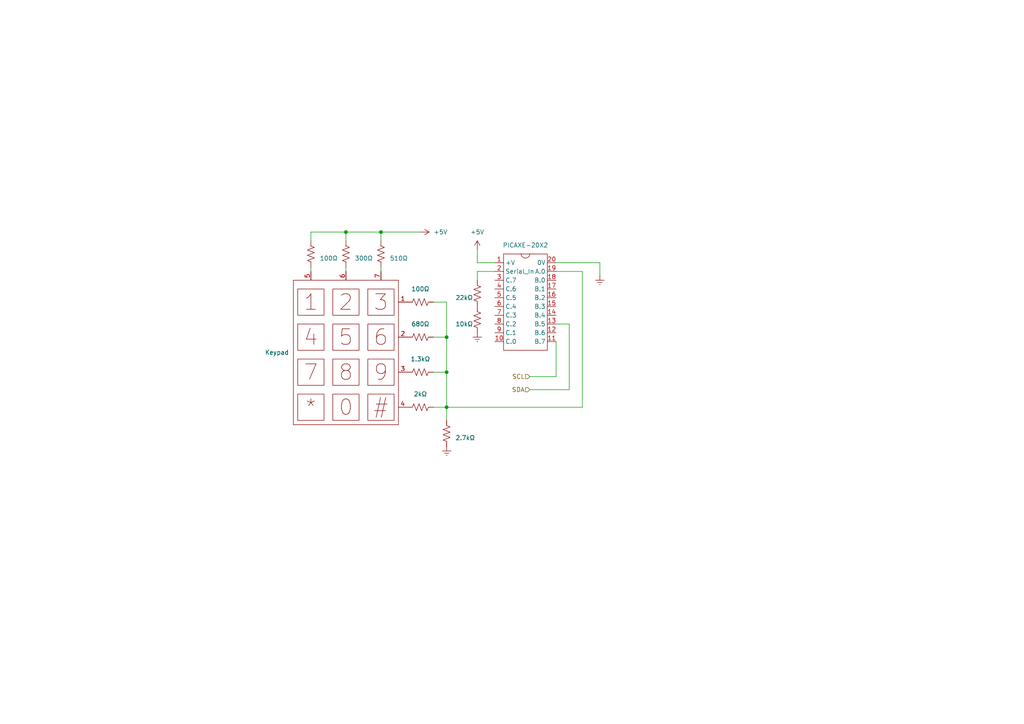
<source format=kicad_sch>
(kicad_sch (version 20211123) (generator eeschema)
  (paper "A4")
  (lib_symbols
    (symbol "Device:R_US" (pin_numbers hide) (pin_names (offset 0))
      (property "Reference" "R" (at 2.54 0 90))
      (property "Value" "R_US" (at -2.54 0 90))
      (symbol "R_US_0_1"
        (polyline (pts (xy 0 -2.286) (xy 0 -2.54)))
        (polyline (pts (xy 0 2.286) (xy 0 2.54)))
        (polyline (pts (xy 0 -0.762) (xy 1.016 -1.143) (xy 0 -1.524) (xy -1.016 -1.905) (xy 0 -2.286)))
        (polyline (pts (xy 0 0.762) (xy 1.016 0.381) (xy 0 0) (xy -1.016 -0.381) (xy 0 -0.762)))
        (polyline (pts (xy 0 2.286) (xy 1.016 1.905) (xy 0 1.524) (xy -1.016 1.143) (xy 0 0.762)))
      )
      (symbol "R_US_1_1"
        (pin passive line (at 0 3.81 270) (length 1.27) (name "~") (number "1"))
        (pin passive line (at 0 -3.81 90) (length 1.27) (name "~") (number "2"))
      )
    )
    (symbol "EGR_270:Keypad" (pin_names hide)
      (property "Value" "Keypad" (at 0 20.32 0))
      (symbol "Keypad_0_0"
        (rectangle (start -15.24 21.59) (end 15.24 -20.32))
        (text "#" (at 10.16 -15.24 0) (effects (font (size 4.5 4.5))))
        (text "*" (at -10.16 -15.24 0) (effects (font (size 4.5 4.5))))
        (text "0" (at 0 -15.24 0) (effects (font (size 4.5 4.5))))
        (text "1" (at -10.16 15.24 0) (effects (font (size 4.5 4.5))))
        (text "2" (at 0 15.24 0) (effects (font (size 4.5 4.5))))
        (text "3" (at 10.16 15.24 0) (effects (font (size 4.5 4.5))))
        (text "4" (at -10.16 5.08 0) (effects (font (size 4.5 4.5))))
        (text "5" (at 0 5.08 0) (effects (font (size 4.5 4.5))))
        (text "6" (at 10.16 5.08 0) (effects (font (size 4.5 4.5))))
        (text "7" (at -10.16 -5.08 0) (effects (font (size 4.5 4.5))))
        (text "8" (at 0 -5.08 0) (effects (font (size 4.5 4.5))))
        (text "9" (at 10.16 -5.08 0) (effects (font (size 4.5 4.5))))
      )
      (symbol "Keypad_0_1"
        (rectangle (start -13.97 -11.43) (end -6.35 -19.05))
        (rectangle (start -13.97 -1.27) (end -6.35 -8.89))
        (rectangle (start -13.97 8.89) (end -6.35 1.27))
        (rectangle (start -13.97 19.05) (end -6.35 11.43))
        (rectangle (start -3.81 -11.43) (end 3.81 -19.05))
        (rectangle (start -3.81 -1.27) (end 3.81 -8.89))
        (rectangle (start -3.81 8.89) (end 3.81 1.27))
        (rectangle (start -3.81 19.05) (end 3.81 11.43))
        (rectangle (start 6.35 -11.43) (end 13.97 -19.05))
        (rectangle (start 6.35 -1.27) (end 13.97 -8.89))
        (rectangle (start 6.35 8.89) (end 13.97 1.27))
        (rectangle (start 6.35 19.05) (end 13.97 11.43))
      )
      (symbol "Keypad_1_1"
        (pin bidirectional line (at 17.78 15.24 180) (length 2.54) (name "Row_1") (number "1"))
        (pin bidirectional line (at 17.78 5.08 180) (length 2.54) (name "Row_2") (number "2"))
        (pin bidirectional line (at 17.78 -5.08 180) (length 2.54) (name "Row_3") (number "3"))
        (pin bidirectional line (at 17.78 -15.24 180) (length 2.54) (name "Row_4") (number "4"))
        (pin bidirectional line (at -10.16 24.13 270) (length 2.54) (name "Column_1") (number "5"))
        (pin bidirectional line (at 0 24.13 270) (length 2.54) (name "Column_2") (number "6"))
        (pin bidirectional line (at 10.16 24.13 270) (length 2.54) (name "Column_3") (number "7"))
      )
    )
    (symbol "EGR_270:PICAXE-20X2"
      (property "Reference" "U" (at 0 -15.24 0))
      (property "Value" "PICAXE-20X2" (at 0 0 90))
      (symbol "PICAXE-20X2_0_1"
        (rectangle (start -6.35 13.97) (end 6.35 -13.97))
        (arc (start -1.27 13.97) (mid 0 12.7772) (end 1.27 13.97))
      )
      (symbol "PICAXE-20X2_1_1"
        (pin power_in line (at -8.89 11.43 0) (length 2.54) (name "+V") (number "1"))
        (pin bidirectional line (at -8.89 -11.43 0) (length 2.54) (name "C.0") (number "10"))
        (pin bidirectional line (at 8.89 -11.43 180) (length 2.54) (name "B.7") (number "11"))
        (pin bidirectional line (at 8.89 -8.89 180) (length 2.54) (name "B.6") (number "12"))
        (pin bidirectional line (at 8.89 -6.35 180) (length 2.54) (name "B.5") (number "13"))
        (pin bidirectional line (at 8.89 -3.81 180) (length 2.54) (name "B.4") (number "14"))
        (pin bidirectional line (at 8.89 -1.27 180) (length 2.54) (name "B.3") (number "15"))
        (pin bidirectional line (at 8.89 1.27 180) (length 2.54) (name "B.2") (number "16"))
        (pin bidirectional line (at 8.89 3.81 180) (length 2.54) (name "B.1") (number "17"))
        (pin bidirectional line (at 8.89 6.35 180) (length 2.54) (name "B.0") (number "18"))
        (pin bidirectional line (at 8.89 8.89 180) (length 2.54) (name "A.0") (number "19"))
        (pin input line (at -8.89 8.89 0) (length 2.54) (name "Serial_In") (number "2"))
        (pin power_out line (at 8.89 11.43 180) (length 2.54) (name "0V") (number "20"))
        (pin bidirectional line (at -8.89 6.35 0) (length 2.54) (name "C.7") (number "3"))
        (pin bidirectional line (at -8.89 3.81 0) (length 2.54) (name "C.6") (number "4"))
        (pin bidirectional line (at -8.89 1.27 0) (length 2.54) (name "C.5") (number "5"))
        (pin bidirectional line (at -8.89 -1.27 0) (length 2.54) (name "C.4") (number "6"))
        (pin bidirectional line (at -8.89 -3.81 0) (length 2.54) (name "C.3") (number "7"))
        (pin bidirectional line (at -8.89 -6.35 0) (length 2.54) (name "C.2") (number "8"))
        (pin bidirectional line (at -8.89 -8.89 0) (length 2.54) (name "C.1") (number "9"))
      )
    )
    (symbol "power:+5V" (power) (pin_names (offset 0))
      (property "Value" "+5V" (at 0 3.556 0))
      (symbol "+5V_0_1"
        (polyline (pts (xy -0.762 1.27) (xy 0 2.54)))
        (polyline (pts (xy 0 0) (xy 0 2.54)))
        (polyline (pts (xy 0 2.54) (xy 0.762 1.27)))
      )
      (symbol "+5V_1_1"
        (pin power_in line (at 0 0 90) (length 0) hide (name "+5V") (number "1"))
      )
    )
    (symbol "power:Earth" (power) (pin_names (offset 0))
      (symbol "Earth_0_1"
        (polyline (pts (xy -0.635 -1.905) (xy 0.635 -1.905)))
        (polyline (pts (xy -0.127 -2.54) (xy 0.127 -2.54)))
        (polyline (pts (xy 0 -1.27) (xy 0 0)))
        (polyline (pts (xy 1.27 -1.27) (xy -1.27 -1.27)))
      )
      (symbol "Earth_1_1"
        (pin power_in line (at 0 0 270) (length 0) hide (name "Earth") (number "1"))
      )
    )
  )
  (junction (at 129.54 118.11))
  (junction (at 110.49 67.31))
  (junction (at 129.54 107.95))
  (junction (at 129.54 97.79))
  (junction (at 100.33 67.31))
  (wire (pts (xy 129.54 87.63) (xy 129.54 97.79)))
  (wire (pts (xy 100.33 77.47) (xy 100.33 78.74)))
  (wire (pts (xy 138.43 78.74) (xy 138.43 81.28)))
  (wire (pts (xy 125.73 87.63) (xy 129.54 87.63)))
  (wire (pts (xy 110.49 77.47) (xy 110.49 78.74)))
  (wire (pts (xy 161.29 99.06) (xy 161.29 109.22)))
  (wire (pts (xy 110.49 67.31) (xy 121.92 67.31)))
  (wire (pts (xy 125.73 107.95) (xy 129.54 107.95)))
  (wire (pts (xy 165.1 113.03) (xy 165.1 93.98)))
  (wire (pts (xy 153.67 113.03) (xy 165.1 113.03)))
  (wire (pts (xy 168.91 118.11) (xy 168.91 78.74)))
  (wire (pts (xy 110.49 67.31) (xy 110.49 69.85)))
  (wire (pts (xy 90.17 77.47) (xy 90.17 78.74)))
  (wire (pts (xy 143.51 78.74) (xy 138.43 78.74)))
  (wire (pts (xy 173.99 76.2) (xy 173.99 80.01)))
  (wire (pts (xy 138.43 76.2) (xy 143.51 76.2)))
  (wire (pts (xy 138.43 72.39) (xy 138.43 76.2)))
  (wire (pts (xy 168.91 78.74) (xy 161.29 78.74)))
  (wire (pts (xy 129.54 118.11) (xy 129.54 121.92)))
  (wire (pts (xy 90.17 67.31) (xy 100.33 67.31)))
  (wire (pts (xy 100.33 67.31) (xy 110.49 67.31)))
  (wire (pts (xy 129.54 118.11) (xy 168.91 118.11)))
  (wire (pts (xy 129.54 97.79) (xy 129.54 107.95)))
  (wire (pts (xy 125.73 97.79) (xy 129.54 97.79)))
  (wire (pts (xy 161.29 109.22) (xy 153.67 109.22)))
  (wire (pts (xy 165.1 93.98) (xy 161.29 93.98)))
  (wire (pts (xy 161.29 76.2) (xy 173.99 76.2)))
  (wire (pts (xy 90.17 69.85) (xy 90.17 67.31)))
  (wire (pts (xy 129.54 107.95) (xy 129.54 118.11)))
  (wire (pts (xy 125.73 118.11) (xy 129.54 118.11)))
  (wire (pts (xy 100.33 67.31) (xy 100.33 69.85)))
  (hierarchical_label "SCL" (shape input) (at 153.67 109.22 180))
  (hierarchical_label "SDA" (shape input) (at 153.67 113.03 180))
  (symbol (lib_id "power:Earth") (at 129.54 129.54 0) (unit 1)
    (property "Reference" "#PWR?" (effects hide))
    (property "Value" "Earth" (effects hide))
  )
  (symbol (lib_id "Device:R_US") (at 121.92 118.11 90) (unit 1)
    (property "Reference" "R?" (effects hide))
    (property "Value" "2kΩ" (at 121.92 114.3 90))
  )
  (symbol (lib_id "power:Earth") (at 138.43 96.52 0) (unit 1)
    (property "Reference" "#PWR?" (effects hide))
    (property "Value" "Earth" (effects hide))
  )
  (symbol (lib_id "Device:R_US") (at 121.92 97.79 270) (unit 1)
    (property "Reference" "R?" (effects hide))
    (property "Value" "680Ω" (at 121.92 93.98 90))
  )
  (symbol (lib_id "power:Earth") (at 173.99 80.01 0) (unit 1)
    (property "Reference" "#PWR?" (effects hide))
    (property "Value" "Earth" (effects hide))
  )
  (symbol (lib_id "Device:R_US") (at 138.43 85.09 0) (unit 1)
    (property "Reference" "R?" (effects hide))
    (property "Value" "22kΩ" (at 132.08 86.36 0) (effects (justify left)))
  )
  (symbol (lib_id "power:+5V") (at 138.43 72.39 0) (unit 1)
    (property "Reference" "#PWR?" (effects hide))
    (property "Value" "+5V" (at 138.43 67.31 0))
  )
  (symbol (lib_id "Device:R_US") (at 90.17 73.66 0) (unit 1)
    (property "Reference" "R?" (effects hide))
    (property "Value" "100Ω" (at 92.71 74.9299 0) (effects (justify left)))
  )
  (symbol (lib_id "Device:R_US") (at 100.33 73.66 0) (unit 1)
    (property "Reference" "R?" (effects hide))
    (property "Value" "300Ω" (at 102.87 74.9299 0) (effects (justify left)))
  )
  (symbol (lib_id "Device:R_US") (at 129.54 125.73 0) (unit 1)
    (property "Reference" "R?" (effects hide))
    (property "Value" "2.7kΩ" (at 132.08 126.9999 0) (effects (justify left)))
  )
  (symbol (lib_id "power:+5V") (at 121.92 67.31 270) (unit 1)
    (property "Reference" "#PWR?" (effects hide))
    (property "Value" "+5V" (at 125.73 67.3099 90) (effects (justify left)))
  )
  (symbol (lib_id "Device:R_US") (at 110.49 73.66 0) (unit 1)
    (property "Reference" "R?" (effects hide))
    (property "Value" "510Ω" (at 113.03 74.9299 0) (effects (justify left)))
  )
  (symbol (lib_id "Device:R_US") (at 121.92 87.63 90) (unit 1)
    (property "Reference" "R?" (effects hide))
    (property "Value" "100Ω" (at 121.92 83.82 90))
  )
  (symbol (lib_id "EGR_270:Keypad") (at 100.33 102.87 0) (unit 1)
    (property "Reference" "U?" (effects hide))
    (property "Value" "Keypad" (at 83.82 102.2349 0) (effects (justify right)))
  )
  (symbol (lib_id "Device:R_US") (at 121.92 107.95 90) (unit 1)
    (property "Reference" "R?" (effects hide))
    (property "Value" "1.3kΩ" (at 121.92 104.14 90))
  )
  (symbol (lib_id "Device:R_US") (at 138.43 92.71 0) (unit 1)
    (property "Reference" "R?" (effects hide))
    (property "Value" "10kΩ" (at 132.08 93.98 0) (effects (justify left)))
  )
  (symbol (lib_id "EGR_270:PICAXE-20X2") (at 152.4 87.63 0) (unit 1)
    (property "Reference" "U?" (effects hide))
    (property "Value" "PICAXE-20X2" (at 152.4 71.12 0))
  )
)
</source>
